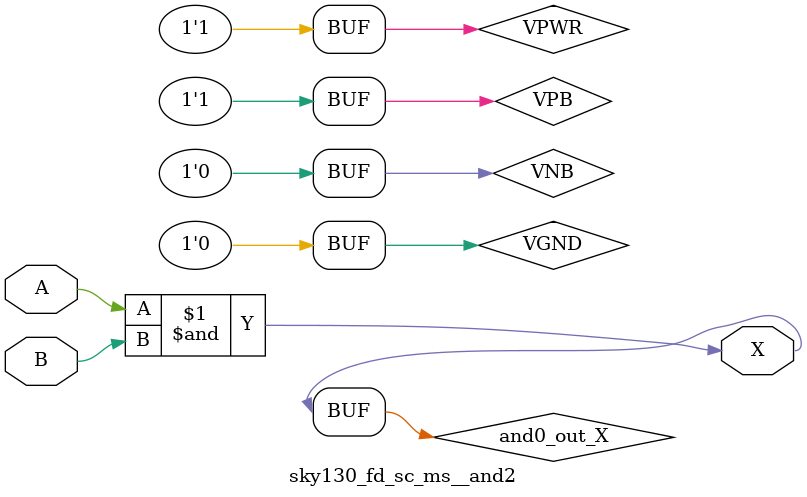
<source format=v>
/*
 * Copyright 2020 The SkyWater PDK Authors
 *
 * Licensed under the Apache License, Version 2.0 (the "License");
 * you may not use this file except in compliance with the License.
 * You may obtain a copy of the License at
 *
 *     https://www.apache.org/licenses/LICENSE-2.0
 *
 * Unless required by applicable law or agreed to in writing, software
 * distributed under the License is distributed on an "AS IS" BASIS,
 * WITHOUT WARRANTIES OR CONDITIONS OF ANY KIND, either express or implied.
 * See the License for the specific language governing permissions and
 * limitations under the License.
 *
 * SPDX-License-Identifier: Apache-2.0
*/


`ifndef SKY130_FD_SC_MS__AND2_TIMING_V
`define SKY130_FD_SC_MS__AND2_TIMING_V

/**
 * and2: 2-input AND.
 *
 * Verilog simulation timing model.
 */

`timescale 1ns / 1ps
`default_nettype none

`celldefine
module sky130_fd_sc_ms__and2 (
    X,
    A,
    B
);

    // Module ports
    output X;
    input  A;
    input  B;

    // Module supplies
    supply1 VPWR;
    supply0 VGND;
    supply1 VPB ;
    supply0 VNB ;

    // Local signals
    wire and0_out_X;

    //  Name  Output      Other arguments
    and and0 (and0_out_X, A, B           );
    buf buf0 (X         , and0_out_X     );

endmodule
`endcelldefine

`default_nettype wire
`endif  // SKY130_FD_SC_MS__AND2_TIMING_V

</source>
